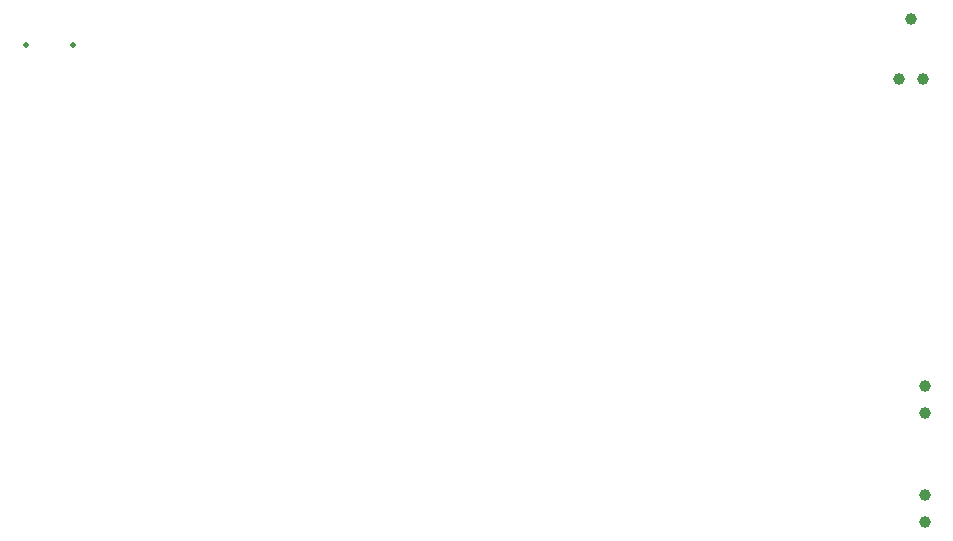
<source format=gbr>
%TF.GenerationSoftware,KiCad,Pcbnew,(5.1.8)-1*%
%TF.CreationDate,2021-02-03T00:49:59+01:00*%
%TF.ProjectId,Navi_2_0,4e617669-5f32-45f3-902e-6b696361645f,rev?*%
%TF.SameCoordinates,Original*%
%TF.FileFunction,Soldermask,Top*%
%TF.FilePolarity,Negative*%
%FSLAX46Y46*%
G04 Gerber Fmt 4.6, Leading zero omitted, Abs format (unit mm)*
G04 Created by KiCad (PCBNEW (5.1.8)-1) date 2021-02-03 00:49:59*
%MOMM*%
%LPD*%
G01*
G04 APERTURE LIST*
%ADD10C,0.990600*%
%ADD11C,0.500000*%
%ADD12C,1.000000*%
G04 APERTURE END LIST*
D10*
%TO.C,J23*%
X137634000Y-32620000D03*
X138650000Y-37700000D03*
X136618000Y-37700000D03*
%TD*%
D11*
%TO.C,J1*%
X66700000Y-34840000D03*
X62700000Y-34840000D03*
%TD*%
D12*
%TO.C,SW2*%
X138850000Y-63700000D03*
X138850000Y-66000000D03*
%TD*%
%TO.C,SW1*%
X138850000Y-72950000D03*
X138850000Y-75250000D03*
%TD*%
M02*

</source>
